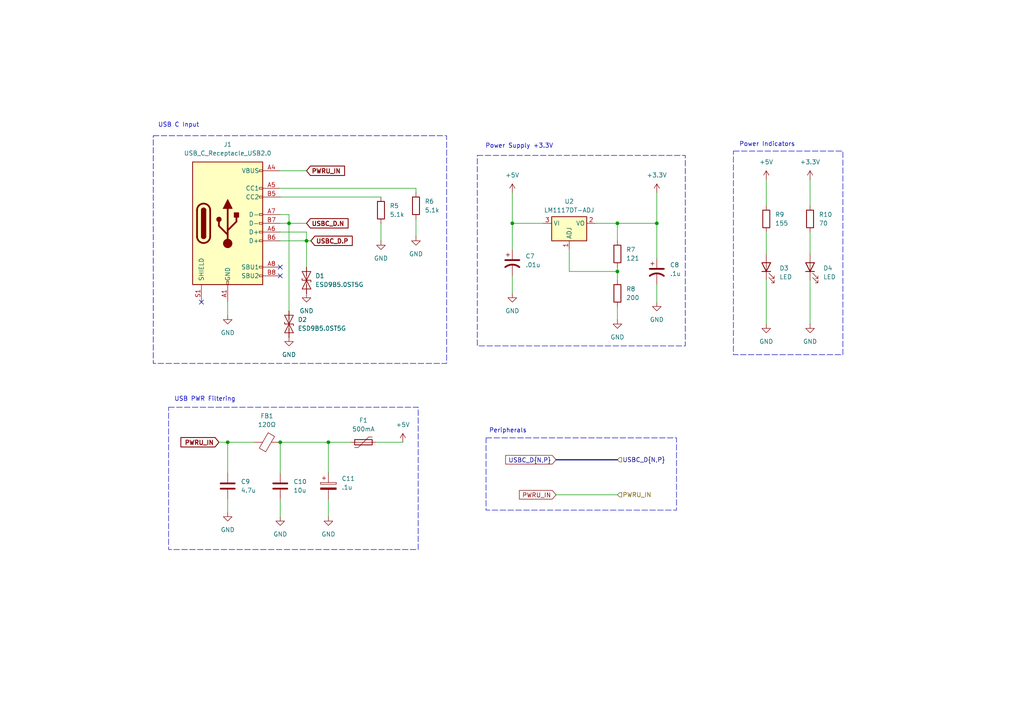
<source format=kicad_sch>
(kicad_sch (version 20231120) (generator "eeschema") (generator_version "8.0")
  (paper "A4")
  (lib_symbols
    (symbol "Connector:USB_C_Receptacle_USB2.0_16P" (pin_names (offset 1.016))
      (property "Reference" "J" (at 0 22.225 0))
      (property "Value" "USB_C_Receptacle_USB2.0_16P" (at 0 19.685 0))
      (symbol "USB_C_Receptacle_USB2.0_16P_0_0"
        (rectangle (start -0.254 -17.78) (end 0.254 -16.764))
        (rectangle (start 10.16 -14.986) (end 9.144 -15.494))
        (rectangle (start 10.16 -12.446) (end 9.144 -12.954))
        (rectangle (start 10.16 -4.826) (end 9.144 -5.334))
        (rectangle (start 10.16 -2.286) (end 9.144 -2.794))
        (rectangle (start 10.16 0.254) (end 9.144 -0.254))
        (rectangle (start 10.16 2.794) (end 9.144 2.286))
        (rectangle (start 10.16 7.874) (end 9.144 7.366))
        (rectangle (start 10.16 10.414) (end 9.144 9.906))
        (rectangle (start 10.16 15.494) (end 9.144 14.986))
      )
      (symbol "USB_C_Receptacle_USB2.0_16P_0_1"
        (rectangle (start -10.16 17.78) (end 10.16 -17.78) (stroke (width 0.254)) (fill (type background)))
        (arc (start -8.89 -3.81) (mid -6.985 -5.7067) (end -5.08 -3.81) (stroke (width 0.508)))
        (arc (start -7.62 -3.81) (mid -6.985 -4.4423) (end -6.35 -3.81) (stroke (width 0.254)))
        (arc (start -7.62 -3.81) (mid -6.985 -4.4423) (end -6.35 -3.81) (stroke (width 0.254)) (fill (type outline)))
        (rectangle (start -7.62 -3.81) (end -6.35 3.81) (stroke (width 0.254)) (fill (type outline)))
        (arc (start -6.35 3.81) (mid -6.985 4.4423) (end -7.62 3.81) (stroke (width 0.254)))
        (arc (start -6.35 3.81) (mid -6.985 4.4423) (end -7.62 3.81) (stroke (width 0.254)) (fill (type outline)))
        (arc (start -5.08 3.81) (mid -6.985 5.7067) (end -8.89 3.81) (stroke (width 0.508)))
        (circle (center -2.54 1.143) (radius 0.635) (stroke (width 0.254)) (fill (type outline)))
        (circle (center 0 -5.842) (radius 1.27) (fill (type outline)))
        (polyline (pts (xy -8.89 -3.81) (xy -8.89 3.81)) (stroke (width 0.508)))
        (polyline (pts (xy -5.08 3.81) (xy -5.08 -3.81)) (stroke (width 0.508)))
        (polyline (pts (xy 0 -5.842) (xy 0 4.318)) (stroke (width 0.508)))
        (polyline (pts (xy 0 -3.302) (xy -2.54 -0.762) (xy -2.54 0.508)) (stroke (width 0.508)))
        (polyline (pts (xy 0 -2.032) (xy 2.54 0.508) (xy 2.54 1.778)) (stroke (width 0.508)))
        (polyline (pts (xy -1.27 4.318) (xy 0 6.858) (xy 1.27 4.318) (xy -1.27 4.318)) (stroke (width 0.254)) (fill (type outline)))
        (rectangle (start 1.905 1.778) (end 3.175 3.048) (stroke (width 0.254)) (fill (type outline)))
      )
      (symbol "USB_C_Receptacle_USB2.0_16P_1_1"
        (pin passive line (at 0 -22.86 90) (length 5.08) (name "GND") (number "A1"))
        (pin passive line (at 0 -22.86 90) (length 5.08) hide (name "GND") (number "A12"))
        (pin passive line (at 15.24 15.24 180) (length 5.08) (name "VBUS") (number "A4"))
        (pin bidirectional line (at 15.24 10.16 180) (length 5.08) (name "CC1") (number "A5"))
        (pin bidirectional line (at 15.24 -2.54 180) (length 5.08) (name "D+") (number "A6"))
        (pin bidirectional line (at 15.24 2.54 180) (length 5.08) (name "D-") (number "A7"))
        (pin bidirectional line (at 15.24 -12.7 180) (length 5.08) (name "SBU1") (number "A8"))
        (pin passive line (at 15.24 15.24 180) (length 5.08) hide (name "VBUS") (number "A9"))
        (pin passive line (at 0 -22.86 90) (length 5.08) hide (name "GND") (number "B1"))
        (pin passive line (at 0 -22.86 90) (length 5.08) hide (name "GND") (number "B12"))
        (pin passive line (at 15.24 15.24 180) (length 5.08) hide (name "VBUS") (number "B4"))
        (pin bidirectional line (at 15.24 7.62 180) (length 5.08) (name "CC2") (number "B5"))
        (pin bidirectional line (at 15.24 -5.08 180) (length 5.08) (name "D+") (number "B6"))
        (pin bidirectional line (at 15.24 0 180) (length 5.08) (name "D-") (number "B7"))
        (pin bidirectional line (at 15.24 -15.24 180) (length 5.08) (name "SBU2") (number "B8"))
        (pin passive line (at 15.24 15.24 180) (length 5.08) hide (name "VBUS") (number "B9"))
        (pin passive line (at -7.62 -22.86 90) (length 5.08) (name "SHIELD") (number "S1"))
      )
    )
    (symbol "Device:C" (pin_numbers hide) (pin_names (offset 0.254))
      (property "Reference" "C" (at 0.635 2.54 0))
      (property "Value" "C" (at 0.635 -2.54 0))
      (symbol "C_0_1"
        (polyline (pts (xy -2.032 -0.762) (xy 2.032 -0.762)) (stroke (width 0.508)))
        (polyline (pts (xy -2.032 0.762) (xy 2.032 0.762)) (stroke (width 0.508)))
      )
      (symbol "C_1_1"
        (pin passive line (at 0 3.81 270) (length 2.794) (name "~") (number "1"))
        (pin passive line (at 0 -3.81 90) (length 2.794) (name "~") (number "2"))
      )
    )
    (symbol "Device:C_Polarized" (pin_numbers hide) (pin_names (offset 0.254))
      (property "Reference" "C" (at 0.635 2.54 0))
      (property "Value" "C_Polarized" (at 0.635 -2.54 0))
      (symbol "C_Polarized_0_1"
        (rectangle (start -2.286 0.508) (end 2.286 1.016))
        (polyline (pts (xy -1.778 2.286) (xy -0.762 2.286)))
        (polyline (pts (xy -1.27 2.794) (xy -1.27 1.778)))
        (rectangle (start 2.286 -0.508) (end -2.286 -1.016) (fill (type outline)))
      )
      (symbol "C_Polarized_1_1"
        (pin passive line (at 0 3.81 270) (length 2.794) (name "~") (number "1"))
        (pin passive line (at 0 -3.81 90) (length 2.794) (name "~") (number "2"))
      )
    )
    (symbol "Device:C_Polarized_US" (pin_numbers hide) (pin_names (offset 0.254) hide)
      (property "Reference" "C" (at 0.635 2.54 0))
      (property "Value" "C_Polarized_US" (at 0.635 -2.54 0))
      (symbol "C_Polarized_US_0_1"
        (polyline (pts (xy -2.032 0.762) (xy 2.032 0.762)) (stroke (width 0.508)))
        (polyline (pts (xy -1.778 2.286) (xy -0.762 2.286)))
        (polyline (pts (xy -1.27 1.778) (xy -1.27 2.794)))
        (arc (start 2.032 -1.27) (mid 0 -0.5572) (end -2.032 -1.27) (stroke (width 0.508)))
      )
      (symbol "C_Polarized_US_1_1"
        (pin passive line (at 0 3.81 270) (length 2.794) (name "~") (number "1"))
        (pin passive line (at 0 -3.81 90) (length 3.302) (name "~") (number "2"))
      )
    )
    (symbol "Device:FerriteBead" (pin_numbers hide) (pin_names (offset 0))
      (property "Reference" "FB" (at -3.81 0.635 90))
      (property "Value" "FerriteBead" (at 3.81 0 90))
      (symbol "FerriteBead_0_1"
        (polyline (pts (xy 0 -1.27) (xy 0 -1.2192)))
        (polyline (pts (xy 0 1.27) (xy 0 1.2954)))
        (polyline (pts (xy -2.7686 0.4064) (xy -1.7018 2.2606) (xy 2.7686 -0.3048) (xy 1.6764 -2.159) (xy -2.7686 0.4064)))
      )
      (symbol "FerriteBead_1_1"
        (pin passive line (at 0 3.81 270) (length 2.54) (name "~") (number "1"))
        (pin passive line (at 0 -3.81 90) (length 2.54) (name "~") (number "2"))
      )
    )
    (symbol "Device:LED" (pin_numbers hide) (pin_names (offset 1.016) hide)
      (property "Reference" "D" (at 0 2.54 0))
      (property "Value" "LED" (at 0 -2.54 0))
      (symbol "LED_0_1"
        (polyline (pts (xy -1.27 -1.27) (xy -1.27 1.27)) (stroke (width 0.254)))
        (polyline (pts (xy -1.27 0) (xy 1.27 0)))
        (polyline (pts (xy 1.27 -1.27) (xy 1.27 1.27) (xy -1.27 0) (xy 1.27 -1.27)) (stroke (width 0.254)))
        (polyline (pts (xy -3.048 -0.762) (xy -4.572 -2.286) (xy -3.81 -2.286) (xy -4.572 -2.286) (xy -4.572 -1.524)))
        (polyline (pts (xy -1.778 -0.762) (xy -3.302 -2.286) (xy -2.54 -2.286) (xy -3.302 -2.286) (xy -3.302 -1.524)))
      )
      (symbol "LED_1_1"
        (pin passive line (at -3.81 0 0) (length 2.54) (name "K") (number "1"))
        (pin passive line (at 3.81 0 180) (length 2.54) (name "A") (number "2"))
      )
    )
    (symbol "Device:Polyfuse" (pin_numbers hide) (pin_names (offset 0))
      (property "Reference" "F" (at -2.54 0 90))
      (property "Value" "Polyfuse" (at 2.54 0 90))
      (symbol "Polyfuse_0_1"
        (rectangle (start -0.762 2.54) (end 0.762 -2.54) (stroke (width 0.254)))
        (polyline (pts (xy 0 2.54) (xy 0 -2.54)))
        (polyline (pts (xy -1.524 2.54) (xy -1.524 1.524) (xy 1.524 -1.524) (xy 1.524 -2.54)))
      )
      (symbol "Polyfuse_1_1"
        (pin passive line (at 0 3.81 270) (length 1.27) (name "~") (number "1"))
        (pin passive line (at 0 -3.81 90) (length 1.27) (name "~") (number "2"))
      )
    )
    (symbol "Device:R" (pin_numbers hide) (pin_names (offset 0))
      (property "Reference" "R" (at 2.032 0 90))
      (property "Value" "R" (at 0 0 90))
      (symbol "R_0_1"
        (rectangle (start -1.016 -2.54) (end 1.016 2.54) (stroke (width 0.254)))
      )
      (symbol "R_1_1"
        (pin passive line (at 0 3.81 270) (length 1.27) (name "~") (number "1"))
        (pin passive line (at 0 -3.81 90) (length 1.27) (name "~") (number "2"))
      )
    )
    (symbol "Diode:ESD9B5.0ST5G" (pin_numbers hide) (pin_names (offset 1.016) hide)
      (property "Reference" "D" (at 0 2.54 0))
      (property "Value" "ESD9B5.0ST5G" (at 0 -2.54 0))
      (symbol "ESD9B5.0ST5G_0_1"
        (polyline (pts (xy 1.27 0) (xy -1.27 0)))
        (polyline (pts (xy -2.54 -1.27) (xy 0 0) (xy -2.54 1.27) (xy -2.54 -1.27)) (stroke (width 0.2032)))
        (polyline (pts (xy 0.508 1.27) (xy 0 1.27) (xy 0 -1.27) (xy -0.508 -1.27)) (stroke (width 0.2032)))
        (polyline (pts (xy 2.54 1.27) (xy 2.54 -1.27) (xy 0 0) (xy 2.54 1.27)) (stroke (width 0.2032)))
      )
      (symbol "ESD9B5.0ST5G_1_1"
        (pin passive line (at -3.81 0 0) (length 2.54) (name "A1") (number "1"))
        (pin passive line (at 3.81 0 180) (length 2.54) (name "A2") (number "2"))
      )
    )
    (symbol "Regulator_Linear:LM1117DT-ADJ"
      (property "Reference" "U" (at -3.81 3.175 0))
      (property "Value" "LM1117DT-ADJ" (at 0 3.175 0))
      (symbol "LM1117DT-ADJ_0_1"
        (rectangle (start -5.08 -5.08) (end 5.08 1.905) (stroke (width 0.254)) (fill (type background)))
      )
      (symbol "LM1117DT-ADJ_1_1"
        (pin input line (at 0 -7.62 90) (length 2.54) (name "ADJ") (number "1"))
        (pin power_out line (at 7.62 0 180) (length 2.54) (name "VO") (number "2"))
        (pin power_in line (at -7.62 0 0) (length 2.54) (name "VI") (number "3"))
      )
    )
    (symbol "power:+3.3V" (power) (pin_numbers hide) (pin_names (offset 0) hide)
      (property "Value" "+3.3V" (at 0 3.556 0))
      (symbol "+3.3V_0_1"
        (polyline (pts (xy -0.762 1.27) (xy 0 2.54)))
        (polyline (pts (xy 0 0) (xy 0 2.54)))
        (polyline (pts (xy 0 2.54) (xy 0.762 1.27)))
      )
      (symbol "+3.3V_1_1"
        (pin power_in line (at 0 0 90) (length 0) (name "~") (number "1"))
      )
    )
    (symbol "power:+5V" (power) (pin_numbers hide) (pin_names (offset 0) hide)
      (property "Value" "+5V" (at 0 3.556 0))
      (symbol "+5V_0_1"
        (polyline (pts (xy -0.762 1.27) (xy 0 2.54)))
        (polyline (pts (xy 0 0) (xy 0 2.54)))
        (polyline (pts (xy 0 2.54) (xy 0.762 1.27)))
      )
      (symbol "+5V_1_1"
        (pin power_in line (at 0 0 90) (length 0) (name "~") (number "1"))
      )
    )
    (symbol "power:GND" (power) (pin_numbers hide) (pin_names (offset 0) hide)
      (property "Value" "GND" (at 0 -3.81 0))
      (symbol "GND_0_1"
        (polyline (pts (xy 0 0) (xy 0 -1.27) (xy 1.27 -1.27) (xy 0 -2.54) (xy -1.27 -1.27) (xy 0 -1.27)))
      )
      (symbol "GND_1_1"
        (pin power_in line (at 0 0 270) (length 0) (name "~") (number "1"))
      )
    )
  )
  (junction (at 83.82 64.77))
  (junction (at 81.28 128.27))
  (junction (at 190.5 64.77))
  (junction (at 88.9 69.85))
  (junction (at 179.07 78.74))
  (junction (at 179.07 64.77))
  (junction (at 148.59 64.77))
  (junction (at 66.04 128.27))
  (junction (at 95.25 128.27))
  (no_connect (at 58.42 87.63))
  (no_connect (at 81.28 80.01))
  (no_connect (at 81.28 77.47))
  (wire (pts (xy 234.95 52.07) (xy 234.95 59.69)))
  (wire (pts (xy 81.28 49.53) (xy 88.9 49.53)))
  (wire (pts (xy 83.82 64.77) (xy 83.82 90.17)))
  (wire (pts (xy 222.25 52.07) (xy 222.25 59.69)))
  (wire (pts (xy 66.04 144.78) (xy 66.04 148.59)))
  (wire (pts (xy 190.5 74.93) (xy 190.5 64.77)))
  (wire (pts (xy 63.5 128.27) (xy 66.04 128.27)))
  (wire (pts (xy 81.28 128.27) (xy 81.28 137.16)))
  (wire (pts (xy 83.82 64.77) (xy 88.9 64.77)))
  (wire (pts (xy 179.07 64.77) (xy 190.5 64.77)))
  (wire (pts (xy 165.1 72.39) (xy 165.1 78.74)))
  (wire (pts (xy 66.04 128.27) (xy 66.04 137.16)))
  (wire (pts (xy 95.25 128.27) (xy 101.6 128.27)))
  (wire (pts (xy 148.59 64.77) (xy 148.59 72.39)))
  (wire (pts (xy 88.9 69.85) (xy 88.9 77.47)))
  (wire (pts (xy 88.9 67.31) (xy 88.9 69.85)))
  (wire (pts (xy 81.28 67.31) (xy 88.9 67.31)))
  (wire (pts (xy 120.65 54.61) (xy 120.65 55.88)))
  (wire (pts (xy 148.59 80.01) (xy 148.59 85.09)))
  (wire (pts (xy 190.5 82.55) (xy 190.5 87.63)))
  (wire (pts (xy 109.22 128.27) (xy 116.84 128.27)))
  (wire (pts (xy 81.28 144.78) (xy 81.28 149.86)))
  (wire (pts (xy 81.28 62.23) (xy 83.82 62.23)))
  (wire (pts (xy 66.04 87.63) (xy 66.04 91.44)))
  (bus (pts (xy 161.29 133.35) (xy 179.07 133.35)))
  (wire (pts (xy 190.5 55.88) (xy 190.5 64.77)))
  (wire (pts (xy 165.1 78.74) (xy 179.07 78.74)))
  (wire (pts (xy 148.59 55.88) (xy 148.59 64.77)))
  (wire (pts (xy 95.25 144.78) (xy 95.25 149.86)))
  (wire (pts (xy 222.25 67.31) (xy 222.25 73.66)))
  (wire (pts (xy 81.28 57.15) (xy 110.49 57.15)))
  (wire (pts (xy 148.59 64.77) (xy 157.48 64.77)))
  (wire (pts (xy 179.07 77.47) (xy 179.07 78.74)))
  (wire (pts (xy 179.07 64.77) (xy 179.07 69.85)))
  (wire (pts (xy 222.25 81.28) (xy 222.25 93.98)))
  (wire (pts (xy 179.07 78.74) (xy 179.07 81.28)))
  (wire (pts (xy 83.82 62.23) (xy 83.82 64.77)))
  (wire (pts (xy 81.28 128.27) (xy 95.25 128.27)))
  (wire (pts (xy 161.29 143.51) (xy 179.07 143.51)))
  (wire (pts (xy 95.25 128.27) (xy 95.25 137.16)))
  (wire (pts (xy 172.72 64.77) (xy 179.07 64.77)))
  (wire (pts (xy 179.07 88.9) (xy 179.07 92.71)))
  (wire (pts (xy 81.28 69.85) (xy 88.9 69.85)))
  (wire (pts (xy 110.49 64.77) (xy 110.49 69.85)))
  (wire (pts (xy 88.9 69.85) (xy 90.17 69.85)))
  (wire (pts (xy 120.65 63.5) (xy 120.65 68.58)))
  (wire (pts (xy 66.04 128.27) (xy 73.66 128.27)))
  (wire (pts (xy 234.95 67.31) (xy 234.95 73.66)))
  (wire (pts (xy 81.28 54.61) (xy 120.65 54.61)))
  (wire (pts (xy 81.28 64.77) (xy 83.82 64.77)))
  (wire (pts (xy 234.95 81.28) (xy 234.95 93.98)))
  (rectangle (start 44.45 39.37) (end 129.54 105.41) (stroke (width 0) (type dash)))
  (rectangle (start 140.97 127) (end 196.215 147.955) (stroke (width 0) (type dash)))
  (rectangle (start 138.43 45.085) (end 198.755 100.33) (stroke (width 0) (type dash)))
  (rectangle (start 48.895 118.11) (end 121.285 159.385) (stroke (width 0) (type dash)))
  (rectangle (start 212.725 43.815) (end 244.475 102.87) (stroke (width 0) (type dash)))
  (text "Power Supply +3.3V\n" (at 150.622 42.418 0) (effects (font (size 1.27 1.27))))
  (text "Power Indicators\n" (at 222.504 41.91 0) (effects (font (size 1.27 1.27))))
  (text "USB C Input" (at 51.816 36.322 0) (effects (font (size 1.27 1.27))))
  (text "Peripherals" (at 147.32 124.968 0) (effects (font (size 1.27 1.27))))
  (text "USB PWR Filtering" (at 59.436 115.824 0) (effects (font (size 1.27 1.27))))
  (global_label "USBC_D{N,P}" (shape input) (at 161.29 133.35 180) (property "Intersheetrefs" "${INTERSHEET_REFS}" (effects (hide yes))))
  (global_label "USBC_D.N" (shape input) (at 88.9 64.77 0) (effects (font (bold yes))) (property "Intersheetrefs" "${INTERSHEET_REFS}" (effects (hide yes))))
  (global_label "PWRU_IN" (shape input) (at 88.9 49.53 0) (effects (font (bold yes))) (property "Intersheetrefs" "${INTERSHEET_REFS}" (effects (hide yes))))
  (global_label "PWRU_IN" (shape input) (at 161.29 143.51 180) (property "Intersheetrefs" "${INTERSHEET_REFS}" (effects (hide yes))))
  (global_label "PWRU_IN" (shape input) (at 63.5 128.27 180) (effects (font (bold yes))) (property "Intersheetrefs" "${INTERSHEET_REFS}" (effects (hide yes))))
  (global_label "USBC_D.P" (shape input) (at 90.17 69.85 0) (effects (font (bold yes))) (property "Intersheetrefs" "${INTERSHEET_REFS}" (effects (hide yes))))
  (hierarchical_label "PWRU_IN" (shape input) (at 179.07 143.51 0))
  (hierarchical_label "USBC_D{N,P}" (shape input) (at 179.07 133.35 0))
  (symbol (lib_id "Device:R") (at 110.49 60.96 0) (unit 1)
    (property "Reference" "R5" (at 113.03 59.6899 0) (effects (justify left)))
    (property "Value" "5.1k" (at 113.03 62.2299 0) (effects (justify left)))
    (property "Footprint" "Resistor_SMD:R_0402_1005Metric" (effects (hide yes)))
    (property "Description" "Resistor" (effects (hide yes)))
  )
  (symbol (lib_id "power:GND") (at 234.95 93.98 0) (unit 1)
    (property "Reference" "#PWR028" (effects (hide yes)))
    (property "Value" "GND" (at 234.95 99.06 0))
    (property "Description" "Power symbol creates a global label with name \"GND\" , ground" (effects (hide yes)))
  )
  (symbol (lib_id "power:+5V") (at 148.59 55.88 0) (unit 1)
    (property "Reference" "#PWR018" (effects (hide yes)))
    (property "Value" "+5V" (at 148.59 50.8 0))
    (property "Description" "Power symbol creates a global label with name \"+5V\"" (effects (hide yes)))
  )
  (symbol (lib_id "Diode:ESD9B5.0ST5G") (at 83.82 93.98 270) (unit 1)
    (property "Reference" "D2" (at 86.36 92.7099 90) (effects (justify left)))
    (property "Value" "ESD9B5.0ST5G" (at 86.36 95.2499 90) (effects (justify left)))
    (property "Footprint" "Diode_SMD:D_SOD-923" (effects (hide yes)))
    (property "Datasheet" "https://www.onsemi.com/pub/Collateral/ESD9B-D.PDF" (effects (hide yes)))
    (property "Description" "ESD protection diode, 5.0Vrwm, SOD-923" (effects (hide yes)))
  )
  (symbol (lib_id "Device:R") (at 179.07 85.09 0) (unit 1)
    (property "Reference" "R8" (at 181.61 83.8199 0) (effects (justify left)))
    (property "Value" "200" (at 181.61 86.3599 0) (effects (justify left)))
    (property "Footprint" "Resistor_SMD:R_0402_1005Metric" (effects (hide yes)))
    (property "Description" "Resistor" (effects (hide yes)))
  )
  (symbol (lib_id "power:GND") (at 83.82 97.79 0) (unit 1)
    (property "Reference" "#PWR013" (effects (hide yes)))
    (property "Value" "GND" (at 83.82 102.87 0))
    (property "Description" "Power symbol creates a global label with name \"GND\" , ground" (effects (hide yes)))
  )
  (symbol (lib_id "Device:FerriteBead") (at 77.47 128.27 90) (unit 1)
    (property "Reference" "FB1" (at 77.4192 120.65 90))
    (property "Value" "120Ω" (at 77.4192 123.19 90))
    (property "Footprint" "Inductor_SMD:L_0603_1608Metric" (effects (hide yes)))
    (property "Description" "Ferrite bead" (effects (hide yes)))
  )
  (symbol (lib_id "power:GND") (at 222.25 93.98 0) (unit 1)
    (property "Reference" "#PWR027" (effects (hide yes)))
    (property "Value" "GND" (at 222.25 99.06 0))
    (property "Description" "Power symbol creates a global label with name \"GND\" , ground" (effects (hide yes)))
  )
  (symbol (lib_id "Device:C") (at 66.04 140.97 0) (unit 1)
    (property "Reference" "C9" (at 69.85 139.6999 0) (effects (justify left)))
    (property "Value" "4.7u" (at 69.85 142.2399 0) (effects (justify left)))
    (property "Footprint" "Capacitor_SMD:CP_Elec_6.3x7.7" (effects (hide yes)))
    (property "Description" "Unpolarized capacitor" (effects (hide yes)))
  )
  (symbol (lib_id "power:GND") (at 179.07 92.71 0) (unit 1)
    (property "Reference" "#PWR022" (effects (hide yes)))
    (property "Value" "GND" (at 179.07 97.79 0))
    (property "Description" "Power symbol creates a global label with name \"GND\" , ground" (effects (hide yes)))
  )
  (symbol (lib_id "power:GND") (at 66.04 91.44 0) (unit 1)
    (property "Reference" "#PWR017" (effects (hide yes)))
    (property "Value" "GND" (at 66.04 96.52 0))
    (property "Description" "Power symbol creates a global label with name \"GND\" , ground" (effects (hide yes)))
  )
  (symbol (lib_id "power:+3.3V") (at 190.5 55.88 0) (unit 1)
    (property "Reference" "#PWR019" (effects (hide yes)))
    (property "Value" "+3.3V" (at 190.5 50.8 0))
    (property "Description" "Power symbol creates a global label with name \"+3.3V\"" (effects (hide yes)))
  )
  (symbol (lib_id "Device:C") (at 81.28 140.97 0) (unit 1)
    (property "Reference" "C10" (at 85.09 139.6999 0) (effects (justify left)))
    (property "Value" "10u" (at 85.09 142.2399 0) (effects (justify left)))
    (property "Footprint" "Capacitor_SMD:CP_Elec_6.3x7.7" (effects (hide yes)))
    (property "Description" "Unpolarized capacitor" (effects (hide yes)))
  )
  (symbol (lib_id "Connector:USB_C_Receptacle_USB2.0_16P") (at 66.04 64.77 0) (unit 1)
    (property "Reference" "J1" (at 66.04 41.91 0))
    (property "Value" "USB_C_Receptacle_USB2.0" (at 66.04 44.45 0))
    (property "Footprint" "Connector_USB:USB_C_Receptacle_Palconn_UTC16-G" (effects (hide yes)))
    (property "Datasheet" "https://www.usb.org/sites/default/files/documents/usb_type-c.zip" (effects (hide yes)))
    (property "Description" "USB 2.0-only 16P Type-C Receptacle connector" (effects (hide yes)))
  )
  (symbol (lib_id "Device:R") (at 234.95 63.5 0) (unit 1)
    (property "Reference" "R10" (at 237.49 62.2299 0) (effects (justify left)))
    (property "Value" "70" (at 237.49 64.7699 0) (effects (justify left)))
    (property "Footprint" "Resistor_SMD:R_0402_1005Metric" (effects (hide yes)))
    (property "Description" "Resistor" (effects (hide yes)))
  )
  (symbol (lib_id "power:+3.3V") (at 234.95 52.07 0) (unit 1)
    (property "Reference" "#PWR030" (effects (hide yes)))
    (property "Value" "+3.3V" (at 234.95 46.99 0))
    (property "Description" "Power symbol creates a global label with name \"+3.3V\"" (effects (hide yes)))
  )
  (symbol (lib_id "Device:C_Polarized_US") (at 148.59 76.2 0) (unit 1)
    (property "Reference" "C7" (at 152.4 74.2949 0) (effects (justify left)))
    (property "Value" ".01u" (at 152.4 76.8349 0) (effects (justify left)))
    (property "Footprint" "Capacitor_SMD:C_0603_1608Metric" (effects (hide yes)))
    (property "Description" "Polarized capacitor, US symbol" (effects (hide yes)))
  )
  (symbol (lib_id "Device:Polyfuse") (at 105.41 128.27 90) (unit 1)
    (property "Reference" "F1" (at 105.41 121.92 90))
    (property "Value" "500mA" (at 105.41 124.46 90))
    (property "Footprint" "Fuse:Fuse_1812_4532Metric" (effects (hide yes)))
    (property "Description" "Resettable fuse, polymeric positive temperature coefficient" (effects (hide yes)))
  )
  (symbol (lib_id "Device:LED") (at 222.25 77.47 90) (unit 1)
    (property "Reference" "D3" (at 226.06 77.7874 90) (effects (justify right)))
    (property "Value" "LED" (at 226.06 80.3274 90) (effects (justify right)))
    (property "Footprint" "LED_SMD:LED_0402_1005Metric" (effects (hide yes)))
    (property "Description" "Light emitting diode" (effects (hide yes)))
  )
  (symbol (lib_id "Device:C_Polarized") (at 95.25 140.97 0) (unit 1)
    (property "Reference" "C11" (at 99.06 138.8109 0) (effects (justify left)))
    (property "Value" ".1u" (at 99.06 141.3509 0) (effects (justify left)))
    (property "Footprint" "Capacitor_SMD:CP_Elec_6.3x7.7" (effects (hide yes)))
    (property "Description" "Polarized capacitor" (effects (hide yes)))
  )
  (symbol (lib_id "Device:R") (at 120.65 59.69 0) (unit 1)
    (property "Reference" "R6" (at 123.19 58.4199 0) (effects (justify left)))
    (property "Value" "5.1k" (at 123.19 60.9599 0) (effects (justify left)))
    (property "Footprint" "Resistor_SMD:R_0402_1005Metric" (effects (hide yes)))
    (property "Description" "Resistor" (effects (hide yes)))
  )
  (symbol (lib_id "Diode:ESD9B5.0ST5G") (at 88.9 81.28 90) (unit 1)
    (property "Reference" "D1" (at 91.44 80.0099 90) (effects (justify right)))
    (property "Value" "ESD9B5.0ST5G" (at 91.44 82.5499 90) (effects (justify right)))
    (property "Footprint" "Diode_SMD:D_SOD-923" (effects (hide yes)))
    (property "Datasheet" "https://www.onsemi.com/pub/Collateral/ESD9B-D.PDF" (effects (hide yes)))
    (property "Description" "ESD protection diode, 5.0Vrwm, SOD-923" (effects (hide yes)))
  )
  (symbol (lib_id "power:GND") (at 120.65 68.58 0) (unit 1)
    (property "Reference" "#PWR015" (effects (hide yes)))
    (property "Value" "GND" (at 120.65 73.66 0))
    (property "Description" "Power symbol creates a global label with name \"GND\" , ground" (effects (hide yes)))
  )
  (symbol (lib_id "power:GND") (at 81.28 149.86 0) (unit 1)
    (property "Reference" "#PWR025" (effects (hide yes)))
    (property "Value" "GND" (at 81.28 154.94 0))
    (property "Description" "Power symbol creates a global label with name \"GND\" , ground" (effects (hide yes)))
  )
  (symbol (lib_id "power:GND") (at 95.25 149.86 0) (unit 1)
    (property "Reference" "#PWR026" (effects (hide yes)))
    (property "Value" "GND" (at 95.25 154.94 0))
    (property "Description" "Power symbol creates a global label with name \"GND\" , ground" (effects (hide yes)))
  )
  (symbol (lib_id "Device:R") (at 222.25 63.5 0) (unit 1)
    (property "Reference" "R9" (at 224.79 62.2299 0) (effects (justify left)))
    (property "Value" "155" (at 224.79 64.7699 0) (effects (justify left)))
    (property "Footprint" "Resistor_SMD:R_0402_1005Metric" (effects (hide yes)))
    (property "Description" "Resistor" (effects (hide yes)))
  )
  (symbol (lib_id "power:GND") (at 190.5 87.63 0) (unit 1)
    (property "Reference" "#PWR021" (effects (hide yes)))
    (property "Value" "GND" (at 190.5 92.71 0))
    (property "Description" "Power symbol creates a global label with name \"GND\" , ground" (effects (hide yes)))
  )
  (symbol (lib_id "Regulator_Linear:LM1117DT-ADJ") (at 165.1 64.77 0) (unit 1)
    (property "Reference" "U2" (at 165.1 58.42 0))
    (property "Value" "LM1117DT-ADJ" (at 165.1 60.96 0))
    (property "Footprint" "Package_TO_SOT_SMD:SOT-223" (effects (hide yes)))
    (property "Datasheet" "http://www.ti.com/lit/ds/symlink/lm1117.pdf" (effects (hide yes)))
    (property "Description" "800mA Low-Dropout Linear Regulator, adjustable output, TO-252" (effects (hide yes)))
  )
  (symbol (lib_id "Device:LED") (at 234.95 77.47 90) (unit 1)
    (property "Reference" "D4" (at 238.76 77.7874 90) (effects (justify right)))
    (property "Value" "LED" (at 238.76 80.3274 90) (effects (justify right)))
    (property "Footprint" "LED_SMD:LED_0402_1005Metric" (effects (hide yes)))
    (property "Description" "Light emitting diode" (effects (hide yes)))
  )
  (symbol (lib_id "power:+5V") (at 222.25 52.07 0) (unit 1)
    (property "Reference" "#PWR029" (effects (hide yes)))
    (property "Value" "+5V" (at 222.25 46.99 0))
    (property "Description" "Power symbol creates a global label with name \"+5V\"" (effects (hide yes)))
  )
  (symbol (lib_id "Device:C_Polarized_US") (at 190.5 78.74 0) (unit 1)
    (property "Reference" "C8" (at 194.31 76.8349 0) (effects (justify left)))
    (property "Value" ".1u" (at 194.31 79.3749 0) (effects (justify left)))
    (property "Footprint" "Capacitor_SMD:C_0402_1005Metric" (effects (hide yes)))
    (property "Description" "Polarized capacitor, US symbol" (effects (hide yes)))
  )
  (symbol (lib_id "power:GND") (at 148.59 85.09 0) (unit 1)
    (property "Reference" "#PWR020" (effects (hide yes)))
    (property "Value" "GND" (at 148.59 90.17 0))
    (property "Description" "Power symbol creates a global label with name \"GND\" , ground" (effects (hide yes)))
  )
  (symbol (lib_id "Device:R") (at 179.07 73.66 0) (unit 1)
    (property "Reference" "R7" (at 181.61 72.3899 0) (effects (justify left)))
    (property "Value" "121" (at 181.61 74.9299 0) (effects (justify left)))
    (property "Footprint" "Resistor_SMD:R_0402_1005Metric" (effects (hide yes)))
    (property "Description" "Resistor" (effects (hide yes)))
  )
  (symbol (lib_id "power:GND") (at 88.9 85.09 0) (unit 1)
    (property "Reference" "#PWR016" (effects (hide yes)))
    (property "Value" "GND" (at 88.9 90.17 0))
    (property "Description" "Power symbol creates a global label with name \"GND\" , ground" (effects (hide yes)))
  )
  (symbol (lib_id "power:GND") (at 66.04 148.59 0) (unit 1)
    (property "Reference" "#PWR024" (effects (hide yes)))
    (property "Value" "GND" (at 66.04 153.67 0))
    (property "Description" "Power symbol creates a global label with name \"GND\" , ground" (effects (hide yes)))
  )
  (symbol (lib_id "power:GND") (at 110.49 69.85 0) (unit 1)
    (property "Reference" "#PWR014" (effects (hide yes)))
    (property "Value" "GND" (at 110.49 74.93 0))
    (property "Description" "Power symbol creates a global label with name \"GND\" , ground" (effects (hide yes)))
  )
  (symbol (lib_id "power:+5V") (at 116.84 128.27 0) (unit 1)
    (property "Reference" "#PWR023" (effects (hide yes)))
    (property "Value" "+5V" (at 116.84 123.19 0))
    (property "Description" "Power symbol creates a global label with name \"+5V\"" (effects (hide yes)))
  )
)
</source>
